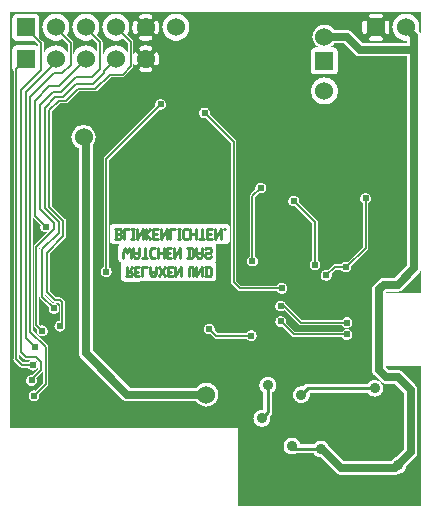
<source format=gbr>
G04 start of page 3 for group 5 idx 5 *
G04 Title: (unknown), bottom *
G04 Creator: pcb 4.0.2 *
G04 CreationDate: Sun Feb  4 07:02:53 2018 UTC *
G04 For: jeroen *
G04 Format: Gerber/RS-274X *
G04 PCB-Dimensions (mil): 6000.00 5000.00 *
G04 PCB-Coordinate-Origin: lower left *
%MOIN*%
%FSLAX25Y25*%
%LNBOTTOM*%
%ADD32C,0.0380*%
%ADD31C,0.0350*%
%ADD30C,0.0118*%
%ADD29C,0.0200*%
%ADD28C,0.0360*%
%ADD27C,0.0600*%
%ADD26C,0.0240*%
%ADD25C,0.0100*%
%ADD24C,0.0250*%
%ADD23C,0.0060*%
%ADD22C,0.0001*%
G54D22*G36*
X454769Y311340D02*X457795Y308314D01*
X457853Y308247D01*
X458122Y308017D01*
X458122Y308017D01*
X458309Y307902D01*
X458424Y307832D01*
X458751Y307696D01*
X459096Y307613D01*
X459096D01*
X459449Y307586D01*
X459537Y307593D01*
X475309D01*
Y237940D01*
X471115Y233746D01*
X467411D01*
X467323Y233753D01*
X466970Y233725D01*
X466625Y233643D01*
X466298Y233507D01*
X465996Y233322D01*
X465996Y233322D01*
X465727Y233092D01*
X465670Y233025D01*
X464219Y231575D01*
X464152Y231517D01*
X463922Y231248D01*
X463737Y230946D01*
X463602Y230619D01*
X463519Y230274D01*
X463519Y230274D01*
X463491Y229921D01*
X463498Y229833D01*
Y203238D01*
X463491Y203150D01*
X463519Y202797D01*
Y202797D01*
X463602Y202452D01*
X463737Y202125D01*
X463807Y202010D01*
X463922Y201823D01*
X463922Y201823D01*
X464152Y201554D01*
X464219Y201496D01*
X466457Y199259D01*
X466514Y199192D01*
X466784Y198962D01*
X466784Y198961D01*
X466971Y198847D01*
X467086Y198776D01*
X467413Y198641D01*
X467757Y198558D01*
X467757D01*
X468110Y198530D01*
X468198Y198537D01*
X471115D01*
X474128Y195525D01*
Y176523D01*
X471642Y174037D01*
X471608Y174034D01*
X471179Y173931D01*
X470772Y173762D01*
X470396Y173532D01*
X470061Y173246D01*
X469775Y172911D01*
X469660Y172722D01*
X454769D01*
Y195547D01*
X462005D01*
X462098Y195396D01*
X462384Y195061D01*
X462719Y194775D01*
X463095Y194545D01*
X463502Y194376D01*
X463931Y194273D01*
X464370Y194239D01*
X464809Y194273D01*
X465238Y194376D01*
X465645Y194545D01*
X466021Y194775D01*
X466356Y195061D01*
X466642Y195396D01*
X466873Y195772D01*
X467041Y196179D01*
X467144Y196608D01*
X467170Y197047D01*
X467144Y197487D01*
X467041Y197915D01*
X466873Y198322D01*
X466642Y198698D01*
X466356Y199033D01*
X466021Y199319D01*
X465645Y199550D01*
X465238Y199718D01*
X464809Y199821D01*
X464370Y199856D01*
X463931Y199821D01*
X463502Y199718D01*
X463095Y199550D01*
X462719Y199319D01*
X462384Y199033D01*
X462098Y198698D01*
X462005Y198547D01*
X454769D01*
Y213192D01*
X454836Y213176D01*
X455118Y213154D01*
X455401Y213176D01*
X455676Y213242D01*
X455938Y213351D01*
X456180Y213499D01*
X456396Y213683D01*
X456580Y213899D01*
X456728Y214140D01*
X456836Y214402D01*
X456902Y214678D01*
X456919Y214961D01*
X456902Y215243D01*
X456836Y215519D01*
X456728Y215781D01*
X456580Y216022D01*
X456396Y216238D01*
X456180Y216422D01*
X455938Y216570D01*
X455676Y216679D01*
X455401Y216745D01*
X455118Y216767D01*
X454836Y216745D01*
X454769Y216729D01*
Y217129D01*
X454836Y217113D01*
X455118Y217091D01*
X455401Y217113D01*
X455676Y217180D01*
X455938Y217288D01*
X456180Y217436D01*
X456396Y217620D01*
X456580Y217836D01*
X456728Y218077D01*
X456836Y218339D01*
X456902Y218615D01*
X456919Y218898D01*
X456902Y219180D01*
X456836Y219456D01*
X456728Y219718D01*
X456580Y219960D01*
X456396Y220175D01*
X456180Y220359D01*
X455938Y220507D01*
X455676Y220616D01*
X455401Y220682D01*
X455118Y220704D01*
X454836Y220682D01*
X454769Y220666D01*
Y235599D01*
X455007Y235617D01*
X455283Y235683D01*
X455545Y235792D01*
X455786Y235940D01*
X456002Y236124D01*
X456186Y236340D01*
X456334Y236581D01*
X456443Y236843D01*
X456509Y237119D01*
X456525Y237402D01*
X456509Y237684D01*
X456504Y237704D01*
X461926Y243126D01*
X461953Y243149D01*
X462045Y243257D01*
X462119Y243378D01*
X462174Y243508D01*
X462207Y243646D01*
X462218Y243787D01*
X462215Y243823D01*
Y258723D01*
X462377Y258822D01*
X462592Y259006D01*
X462776Y259222D01*
X462925Y259463D01*
X463033Y259725D01*
X463099Y260001D01*
X463116Y260283D01*
X463099Y260566D01*
X463033Y260842D01*
X462925Y261104D01*
X462776Y261345D01*
X462592Y261561D01*
X462377Y261745D01*
X462135Y261893D01*
X461873Y262002D01*
X461598Y262068D01*
X461315Y262090D01*
X461032Y262068D01*
X460757Y262002D01*
X460495Y261893D01*
X460253Y261745D01*
X460038Y261561D01*
X459853Y261345D01*
X459705Y261104D01*
X459597Y260842D01*
X459531Y260566D01*
X459508Y260283D01*
X459531Y260001D01*
X459597Y259725D01*
X459705Y259463D01*
X459853Y259222D01*
X460038Y259006D01*
X460253Y258822D01*
X460415Y258723D01*
Y244160D01*
X455348Y239093D01*
X455283Y239120D01*
X455007Y239186D01*
X454769Y239205D01*
Y311340D01*
G37*
G36*
X468553Y229246D02*X471959D01*
X472047Y229239D01*
X472400Y229267D01*
X472400Y229267D01*
X472745Y229350D01*
X473072Y229485D01*
X473374Y229670D01*
X473643Y229900D01*
X473701Y229967D01*
X479088Y235355D01*
X479155Y235412D01*
X479385Y235681D01*
X479385Y235681D01*
X479570Y235983D01*
X479706Y236310D01*
X479788Y236655D01*
X479816Y237008D01*
X479809Y237096D01*
Y309754D01*
X479816Y309843D01*
X479809Y309931D01*
Y314479D01*
X479816Y314567D01*
X479788Y314920D01*
X479706Y315264D01*
X479666Y315360D01*
X479570Y315592D01*
X479455Y315779D01*
X479385Y315894D01*
X479385Y315894D01*
X479155Y316163D01*
X479153Y316165D01*
X479261Y316617D01*
X479303Y317323D01*
X479261Y318029D01*
X479096Y318718D01*
X478825Y319372D01*
X478455Y319976D01*
X477995Y320515D01*
X477456Y320975D01*
X476852Y321345D01*
X476198Y321616D01*
X475509Y321781D01*
X474803Y321837D01*
X474097Y321781D01*
X473408Y321616D01*
X472754Y321345D01*
X472150Y320975D01*
X471611Y320515D01*
X471151Y319976D01*
X470781Y319372D01*
X470510Y318718D01*
X470345Y318029D01*
X470289Y317323D01*
X470345Y316617D01*
X470510Y315928D01*
X470781Y315274D01*
X471151Y314670D01*
X471611Y314131D01*
X472150Y313671D01*
X472754Y313301D01*
X473408Y313030D01*
X474097Y312865D01*
X474803Y312809D01*
X475309Y312849D01*
Y312093D01*
X468553D01*
Y315071D01*
X468671Y315080D01*
X468786Y315107D01*
X468895Y315153D01*
X468995Y315214D01*
X469085Y315291D01*
X469162Y315381D01*
X469223Y315481D01*
X469269Y315590D01*
X469296Y315705D01*
X469303Y315823D01*
Y318823D01*
X469296Y318941D01*
X469269Y319055D01*
X469223Y319164D01*
X469162Y319265D01*
X469085Y319355D01*
X468995Y319431D01*
X468895Y319493D01*
X468786Y319538D01*
X468671Y319566D01*
X468553Y319575D01*
Y322441D01*
X479921D01*
Y228740D01*
X468553D01*
Y229246D01*
G37*
G36*
X479921Y157874D02*X468553D01*
Y168222D01*
X471172D01*
X471260Y168216D01*
X471613Y168243D01*
X471613Y168243D01*
X471957Y168326D01*
X472284Y168461D01*
X472300Y168471D01*
X472487Y168486D01*
X472915Y168589D01*
X473322Y168757D01*
X473698Y168988D01*
X474033Y169274D01*
X474319Y169609D01*
X474550Y169985D01*
X474718Y170392D01*
X474821Y170820D01*
X474823Y170854D01*
X477907Y173937D01*
X477974Y173995D01*
X478204Y174264D01*
X478204Y174264D01*
X478389Y174566D01*
X478524Y174893D01*
X478607Y175237D01*
X478635Y175591D01*
X478628Y175679D01*
Y196369D01*
X478635Y196457D01*
X478607Y196810D01*
X478524Y197154D01*
X478485Y197250D01*
X478389Y197481D01*
X478274Y197669D01*
X478204Y197783D01*
X478204Y197783D01*
X477974Y198053D01*
X477907Y198110D01*
X473701Y202316D01*
X473643Y202383D01*
X473374Y202613D01*
X473374Y202613D01*
X473259Y202684D01*
X473072Y202798D01*
X472841Y202894D01*
X472745Y202934D01*
X472400Y203017D01*
X472047Y203044D01*
X471959Y203037D01*
X469042D01*
X468553Y203526D01*
Y204331D01*
X479921D01*
Y157874D01*
G37*
G36*
X468553Y312093D02*X464803D01*
Y312823D01*
X466303D01*
X466421Y312830D01*
X466536Y312857D01*
X466645Y312903D01*
X466745Y312964D01*
X466835Y313041D01*
X466912Y313131D01*
X466973Y313231D01*
X467019Y313340D01*
X467046Y313455D01*
X467055Y313573D01*
X467046Y313691D01*
X467019Y313805D01*
X466973Y313914D01*
X466912Y314015D01*
X466835Y314105D01*
X466745Y314181D01*
X466645Y314243D01*
X466536Y314288D01*
X466421Y314316D01*
X466303Y314323D01*
X464803D01*
Y320323D01*
X466303D01*
X466421Y320330D01*
X466536Y320357D01*
X466645Y320403D01*
X466745Y320464D01*
X466835Y320541D01*
X466912Y320631D01*
X466973Y320731D01*
X467019Y320840D01*
X467046Y320955D01*
X467055Y321073D01*
X467046Y321191D01*
X467019Y321305D01*
X466973Y321414D01*
X466912Y321515D01*
X466835Y321605D01*
X466745Y321681D01*
X466645Y321743D01*
X466536Y321788D01*
X466421Y321816D01*
X466303Y321823D01*
X464803D01*
Y322441D01*
X468553D01*
Y319575D01*
X468435Y319566D01*
X468321Y319538D01*
X468212Y319493D01*
X468111Y319431D01*
X468021Y319355D01*
X467945Y319265D01*
X467883Y319164D01*
X467838Y319055D01*
X467810Y318941D01*
X467803Y318823D01*
Y315823D01*
X467810Y315705D01*
X467838Y315590D01*
X467883Y315481D01*
X467945Y315381D01*
X468021Y315291D01*
X468111Y315214D01*
X468212Y315153D01*
X468321Y315107D01*
X468435Y315080D01*
X468553Y315071D01*
Y312093D01*
G37*
G36*
Y203526D02*X467998Y204082D01*
Y228989D01*
X468255Y229246D01*
X468553D01*
Y228740D01*
X468110D01*
Y204331D01*
X468553D01*
Y203526D01*
G37*
G36*
Y157874D02*X464803D01*
Y168222D01*
X468553D01*
Y157874D01*
G37*
G36*
X464803Y312093D02*X461053D01*
Y315071D01*
X461171Y315080D01*
X461286Y315107D01*
X461395Y315153D01*
X461495Y315214D01*
X461585Y315291D01*
X461662Y315381D01*
X461723Y315481D01*
X461769Y315590D01*
X461796Y315705D01*
X461803Y315823D01*
Y318823D01*
X461796Y318941D01*
X461769Y319055D01*
X461723Y319164D01*
X461662Y319265D01*
X461585Y319355D01*
X461495Y319431D01*
X461395Y319493D01*
X461286Y319538D01*
X461171Y319566D01*
X461053Y319575D01*
Y322441D01*
X464803D01*
Y321823D01*
X463303D01*
X463185Y321816D01*
X463071Y321788D01*
X462962Y321743D01*
X462861Y321681D01*
X462771Y321605D01*
X462695Y321515D01*
X462633Y321414D01*
X462588Y321305D01*
X462560Y321191D01*
X462551Y321073D01*
X462560Y320955D01*
X462588Y320840D01*
X462633Y320731D01*
X462695Y320631D01*
X462771Y320541D01*
X462861Y320464D01*
X462962Y320403D01*
X463071Y320357D01*
X463185Y320330D01*
X463303Y320323D01*
X464803D01*
Y314323D01*
X463303D01*
X463185Y314316D01*
X463071Y314288D01*
X462962Y314243D01*
X462861Y314181D01*
X462771Y314105D01*
X462695Y314015D01*
X462633Y313914D01*
X462588Y313805D01*
X462560Y313691D01*
X462551Y313573D01*
X462560Y313455D01*
X462588Y313340D01*
X462633Y313231D01*
X462695Y313131D01*
X462771Y313041D01*
X462861Y312964D01*
X462962Y312903D01*
X463071Y312857D01*
X463185Y312830D01*
X463303Y312823D01*
X464803D01*
Y312093D01*
G37*
G36*
X461053D02*X460381D01*
X456771Y315702D01*
X456714Y315769D01*
X456445Y315999D01*
X456445Y315999D01*
X456330Y316069D01*
X456143Y316184D01*
X455911Y316280D01*
X455816Y316320D01*
X455471Y316402D01*
X455118Y316430D01*
X455030Y316423D01*
X454769D01*
Y322441D01*
X461053D01*
Y319575D01*
X460935Y319566D01*
X460821Y319538D01*
X460712Y319493D01*
X460611Y319431D01*
X460521Y319355D01*
X460445Y319265D01*
X460383Y319164D01*
X460338Y319055D01*
X460310Y318941D01*
X460303Y318823D01*
Y315823D01*
X460310Y315705D01*
X460338Y315590D01*
X460383Y315481D01*
X460445Y315381D01*
X460521Y315291D01*
X460611Y315214D01*
X460712Y315153D01*
X460821Y315107D01*
X460935Y315080D01*
X461053Y315071D01*
Y312093D01*
G37*
G36*
X464803Y157874D02*X454769D01*
Y168222D01*
X464803D01*
Y157874D01*
G37*
G36*
X454769Y216729D02*X454560Y216679D01*
X454298Y216570D01*
X454056Y216422D01*
X453841Y216238D01*
X453657Y216022D01*
X453557Y215861D01*
X440942D01*
Y217998D01*
X453557D01*
X453657Y217836D01*
X453841Y217620D01*
X454056Y217436D01*
X454298Y217288D01*
X454560Y217180D01*
X454769Y217129D01*
Y216729D01*
G37*
G36*
Y198547D02*X442185D01*
X442126Y198552D01*
X441891Y198533D01*
X441661Y198478D01*
X441443Y198388D01*
X441242Y198265D01*
X441241Y198264D01*
X441062Y198111D01*
X441024Y198066D01*
X440942Y197985D01*
Y214061D01*
X453557D01*
X453657Y213899D01*
X453841Y213683D01*
X454056Y213499D01*
X454298Y213351D01*
X454560Y213242D01*
X454769Y213192D01*
Y198547D01*
G37*
G36*
Y172722D02*X454082D01*
X449102Y177702D01*
X448959Y178047D01*
X448729Y178423D01*
X448443Y178758D01*
X448108Y179044D01*
X447732Y179274D01*
X447325Y179443D01*
X446896Y179546D01*
X446457Y179580D01*
X446017Y179546D01*
X445589Y179443D01*
X445182Y179274D01*
X444806Y179044D01*
X444471Y178758D01*
X444184Y178423D01*
X444092Y178272D01*
X440942D01*
Y192258D01*
X441236Y192379D01*
X441612Y192610D01*
X441947Y192896D01*
X442233Y193231D01*
X442463Y193607D01*
X442632Y194014D01*
X442735Y194443D01*
X442761Y194882D01*
X442735Y195321D01*
X442693Y195493D01*
X442747Y195547D01*
X454769D01*
Y172722D01*
G37*
G36*
X447631Y232944D02*X447670Y232928D01*
X447946Y232861D01*
X448228Y232839D01*
X448511Y232861D01*
X448787Y232928D01*
X449049Y233036D01*
X449290Y233184D01*
X449506Y233368D01*
X449690Y233584D01*
X449838Y233826D01*
X449946Y234087D01*
X450013Y234363D01*
X450029Y234646D01*
X450013Y234928D01*
X449968Y235113D01*
X451357Y236502D01*
X453164D01*
X453263Y236340D01*
X453447Y236124D01*
X453663Y235940D01*
X453904Y235792D01*
X454166Y235683D01*
X454442Y235617D01*
X454724Y235595D01*
X454769Y235599D01*
Y220666D01*
X454560Y220616D01*
X454298Y220507D01*
X454056Y220359D01*
X453841Y220175D01*
X453657Y219960D01*
X453557Y219798D01*
X447631D01*
Y232944D01*
G37*
G36*
Y301609D02*X450873Y301616D01*
X451103Y301671D01*
X451321Y301762D01*
X451522Y301885D01*
X451702Y302038D01*
X451855Y302218D01*
X451978Y302419D01*
X452069Y302637D01*
X452124Y302867D01*
X452138Y303102D01*
X452124Y309338D01*
X452069Y309567D01*
X451978Y309785D01*
X451855Y309987D01*
X451702Y310166D01*
X451522Y310320D01*
X451321Y310443D01*
X451103Y310533D01*
X450873Y310588D01*
X450638Y310602D01*
X449462Y310600D01*
X449996Y310927D01*
X450475Y311336D01*
X450884Y311815D01*
X450950Y311923D01*
X454186D01*
X454769Y311340D01*
Y239205D01*
X454724Y239208D01*
X454442Y239186D01*
X454166Y239120D01*
X453904Y239011D01*
X453663Y238863D01*
X453447Y238679D01*
X453263Y238463D01*
X453164Y238302D01*
X451020D01*
X450984Y238304D01*
X450843Y238293D01*
X450705Y238260D01*
X450574Y238206D01*
X450454Y238132D01*
X450346Y238040D01*
X450323Y238013D01*
X448696Y236386D01*
X448511Y236430D01*
X448228Y236452D01*
X447946Y236430D01*
X447670Y236364D01*
X447631Y236348D01*
Y291589D01*
X447638Y291588D01*
X448344Y291644D01*
X449033Y291809D01*
X449687Y292080D01*
X450291Y292451D01*
X450830Y292911D01*
X451290Y293449D01*
X451660Y294053D01*
X451931Y294707D01*
X452096Y295396D01*
X452138Y296102D01*
X452096Y296808D01*
X451931Y297497D01*
X451660Y298152D01*
X451290Y298756D01*
X450830Y299294D01*
X450291Y299754D01*
X449687Y300124D01*
X449033Y300395D01*
X448344Y300561D01*
X447638Y300616D01*
X447631Y300616D01*
Y301609D01*
G37*
G36*
X454769Y316423D02*X450950D01*
X450884Y316532D01*
X450475Y317010D01*
X449996Y317419D01*
X449459Y317748D01*
X448878Y317989D01*
X448265Y318136D01*
X447638Y318186D01*
X447631Y318185D01*
Y322441D01*
X454769D01*
Y316423D01*
G37*
G36*
X447631Y318185D02*X447010Y318136D01*
X446398Y317989D01*
X445816Y317748D01*
X445279Y317419D01*
X444801Y317010D01*
X444392Y316532D01*
X444063Y315995D01*
X443822Y315413D01*
X443675Y314801D01*
X443625Y314173D01*
X443675Y313546D01*
X443822Y312933D01*
X444063Y312352D01*
X444392Y311815D01*
X444801Y311336D01*
X445279Y310927D01*
X445816Y310598D01*
X445832Y310592D01*
X444402Y310588D01*
X444173Y310533D01*
X443955Y310443D01*
X443753Y310320D01*
X443574Y310166D01*
X443421Y309987D01*
X443297Y309785D01*
X443207Y309567D01*
X443152Y309338D01*
X443138Y309102D01*
X443152Y302867D01*
X443207Y302637D01*
X443297Y302419D01*
X443421Y302218D01*
X443574Y302038D01*
X443753Y301885D01*
X443955Y301762D01*
X444173Y301671D01*
X444402Y301616D01*
X444638Y301602D01*
X447631Y301609D01*
Y300616D01*
X446932Y300561D01*
X446243Y300395D01*
X445589Y300124D01*
X444985Y299754D01*
X444446Y299294D01*
X443986Y298756D01*
X443616Y298152D01*
X443345Y297497D01*
X443179Y296808D01*
X443124Y296102D01*
X443179Y295396D01*
X443345Y294707D01*
X443616Y294053D01*
X443986Y293449D01*
X444446Y292911D01*
X444985Y292451D01*
X445589Y292080D01*
X446243Y291809D01*
X446932Y291644D01*
X447631Y291589D01*
Y236348D01*
X447408Y236255D01*
X447166Y236107D01*
X446951Y235923D01*
X446767Y235708D01*
X446619Y235466D01*
X446510Y235204D01*
X446444Y234928D01*
X446422Y234646D01*
X446444Y234363D01*
X446510Y234087D01*
X446619Y233826D01*
X446767Y233584D01*
X446951Y233368D01*
X447166Y233184D01*
X447408Y233036D01*
X447631Y232944D01*
Y219798D01*
X440942D01*
Y254635D01*
X443588Y251989D01*
Y239750D01*
X443426Y239651D01*
X443211Y239466D01*
X443027Y239251D01*
X442879Y239009D01*
X442770Y238747D01*
X442704Y238472D01*
X442682Y238189D01*
X442704Y237906D01*
X442770Y237631D01*
X442879Y237369D01*
X443027Y237127D01*
X443211Y236912D01*
X443426Y236727D01*
X443668Y236579D01*
X443930Y236471D01*
X444206Y236405D01*
X444488Y236382D01*
X444771Y236405D01*
X445046Y236471D01*
X445308Y236579D01*
X445550Y236727D01*
X445766Y236912D01*
X445950Y237127D01*
X446098Y237369D01*
X446206Y237631D01*
X446273Y237906D01*
X446289Y238189D01*
X446273Y238472D01*
X446206Y238747D01*
X446098Y239009D01*
X445950Y239251D01*
X445766Y239466D01*
X445550Y239651D01*
X445388Y239750D01*
Y252327D01*
X445391Y252362D01*
X445380Y252503D01*
X445347Y252641D01*
X445293Y252772D01*
X445247Y252846D01*
X445219Y252893D01*
X445127Y253001D01*
X445100Y253024D01*
X440942Y257181D01*
Y322441D01*
X447631D01*
Y318185D01*
G37*
G36*
X454769Y157874D02*X440942D01*
Y175272D01*
X444092D01*
X444184Y175121D01*
X444471Y174786D01*
X444806Y174499D01*
X445182Y174269D01*
X445589Y174100D01*
X446017Y173998D01*
X446457Y173963D01*
X446476Y173964D01*
X451496Y168944D01*
X451554Y168877D01*
X451823Y168647D01*
X451823Y168647D01*
X452010Y168532D01*
X452125Y168461D01*
X452452Y168326D01*
X452797Y168243D01*
X452797D01*
X453150Y168216D01*
X453238Y168222D01*
X454769D01*
Y157874D01*
G37*
G36*
X440942D02*X427752D01*
Y184383D01*
X428047Y184505D01*
X428423Y184736D01*
X428758Y185022D01*
X429044Y185357D01*
X429274Y185733D01*
X429443Y186140D01*
X429546Y186569D01*
X429572Y187008D01*
X429546Y187447D01*
X429504Y187619D01*
X429759Y187874D01*
X429804Y187912D01*
X429957Y188092D01*
X429957Y188092D01*
X430081Y188293D01*
X430171Y188511D01*
X430226Y188741D01*
X430245Y188976D01*
X430240Y189035D01*
Y195667D01*
X430391Y195759D01*
X430726Y196045D01*
X431012Y196381D01*
X431243Y196756D01*
X431411Y197164D01*
X431514Y197592D01*
X431540Y198031D01*
X431514Y198471D01*
X431411Y198899D01*
X431243Y199307D01*
X431012Y199682D01*
X430726Y200018D01*
X430391Y200304D01*
X430015Y200534D01*
X429608Y200703D01*
X429180Y200806D01*
X428740Y200840D01*
X428301Y200806D01*
X427872Y200703D01*
X427752Y200653D01*
Y229419D01*
X431880D01*
X431979Y229257D01*
X432164Y229041D01*
X432379Y228857D01*
X432621Y228709D01*
X432883Y228601D01*
X433158Y228535D01*
X433441Y228512D01*
X433724Y228535D01*
X433999Y228601D01*
X434261Y228709D01*
X434503Y228857D01*
X434718Y229041D01*
X434902Y229257D01*
X435051Y229499D01*
X435159Y229761D01*
X435225Y230036D01*
X435242Y230319D01*
X435225Y230602D01*
X435159Y230877D01*
X435051Y231139D01*
X434902Y231381D01*
X434718Y231596D01*
X434503Y231780D01*
X434261Y231929D01*
X433999Y232037D01*
X433724Y232103D01*
X433441Y232125D01*
X433158Y232103D01*
X432883Y232037D01*
X432621Y231929D01*
X432379Y231780D01*
X432164Y231596D01*
X431979Y231381D01*
X431880Y231219D01*
X427752D01*
Y262615D01*
X427839Y262718D01*
X427988Y262959D01*
X428096Y263221D01*
X428162Y263497D01*
X428179Y263780D01*
X428162Y264062D01*
X428096Y264338D01*
X427988Y264600D01*
X427839Y264841D01*
X427752Y264944D01*
Y322441D01*
X440942D01*
Y257181D01*
X439142Y258982D01*
X439186Y259166D01*
X439203Y259449D01*
X439186Y259731D01*
X439120Y260007D01*
X439011Y260269D01*
X438863Y260511D01*
X438679Y260726D01*
X438463Y260910D01*
X438222Y261058D01*
X437960Y261167D01*
X437684Y261233D01*
X437402Y261255D01*
X437119Y261233D01*
X436843Y261167D01*
X436581Y261058D01*
X436340Y260910D01*
X436124Y260726D01*
X435940Y260511D01*
X435792Y260269D01*
X435683Y260007D01*
X435617Y259731D01*
X435595Y259449D01*
X435617Y259166D01*
X435683Y258891D01*
X435792Y258629D01*
X435940Y258387D01*
X436124Y258171D01*
X436340Y257987D01*
X436581Y257839D01*
X436843Y257731D01*
X437119Y257665D01*
X437402Y257642D01*
X437684Y257665D01*
X437869Y257709D01*
X440942Y254635D01*
Y219798D01*
X440137D01*
X434913Y225021D01*
X434890Y225048D01*
X434783Y225140D01*
X434736Y225168D01*
X434696Y225193D01*
X434681Y225230D01*
X434532Y225471D01*
X434348Y225687D01*
X434133Y225871D01*
X433891Y226019D01*
X433629Y226128D01*
X433353Y226194D01*
X433071Y226216D01*
X432788Y226194D01*
X432513Y226128D01*
X432251Y226019D01*
X432009Y225871D01*
X431793Y225687D01*
X431609Y225471D01*
X431461Y225230D01*
X431353Y224968D01*
X431287Y224692D01*
X431264Y224409D01*
X431287Y224127D01*
X431353Y223851D01*
X431461Y223589D01*
X431609Y223348D01*
X431793Y223132D01*
X432009Y222948D01*
X432251Y222800D01*
X432513Y222691D01*
X432788Y222625D01*
X433071Y222603D01*
X433353Y222625D01*
X433629Y222691D01*
X433891Y222800D01*
X434133Y222948D01*
X434299Y223090D01*
X439102Y218286D01*
X439125Y218259D01*
X439233Y218167D01*
X439354Y218093D01*
X439485Y218039D01*
X439623Y218006D01*
X439623D01*
X439764Y217995D01*
X439799Y217998D01*
X440942D01*
Y215861D01*
X437774D01*
X434811Y218824D01*
X434855Y219009D01*
X434872Y219291D01*
X434855Y219574D01*
X434789Y219850D01*
X434681Y220111D01*
X434532Y220353D01*
X434348Y220569D01*
X434133Y220753D01*
X433891Y220901D01*
X433629Y221009D01*
X433353Y221076D01*
X433071Y221098D01*
X432788Y221076D01*
X432513Y221009D01*
X432251Y220901D01*
X432009Y220753D01*
X431793Y220569D01*
X431609Y220353D01*
X431461Y220111D01*
X431353Y219850D01*
X431287Y219574D01*
X431264Y219291D01*
X431287Y219009D01*
X431353Y218733D01*
X431461Y218471D01*
X431609Y218229D01*
X431793Y218014D01*
X432009Y217830D01*
X432251Y217682D01*
X432513Y217573D01*
X432788Y217507D01*
X433071Y217485D01*
X433353Y217507D01*
X433538Y217551D01*
X436740Y214349D01*
X436763Y214322D01*
X436871Y214230D01*
X436992Y214156D01*
X437123Y214102D01*
X437260Y214069D01*
X437260D01*
X437402Y214058D01*
X437437Y214061D01*
X440942D01*
Y197985D01*
X440572Y197615D01*
X440400Y197656D01*
X439961Y197691D01*
X439521Y197656D01*
X439093Y197553D01*
X438686Y197384D01*
X438310Y197154D01*
X437975Y196868D01*
X437688Y196533D01*
X437458Y196157D01*
X437289Y195750D01*
X437187Y195321D01*
X437152Y194882D01*
X437187Y194443D01*
X437289Y194014D01*
X437458Y193607D01*
X437688Y193231D01*
X437975Y192896D01*
X438310Y192610D01*
X438686Y192379D01*
X439093Y192211D01*
X439521Y192108D01*
X439961Y192073D01*
X440400Y192108D01*
X440829Y192211D01*
X440942Y192258D01*
Y178272D01*
X439567D01*
X439482Y178624D01*
X439314Y179031D01*
X439083Y179407D01*
X438797Y179742D01*
X438462Y180028D01*
X438086Y180258D01*
X437679Y180427D01*
X437250Y180530D01*
X436811Y180565D01*
X436372Y180530D01*
X435943Y180427D01*
X435536Y180258D01*
X435160Y180028D01*
X434825Y179742D01*
X434539Y179407D01*
X434309Y179031D01*
X434140Y178624D01*
X434037Y178195D01*
X434002Y177756D01*
X434037Y177317D01*
X434140Y176888D01*
X434309Y176481D01*
X434539Y176105D01*
X434825Y175770D01*
X435160Y175484D01*
X435536Y175253D01*
X435943Y175085D01*
X436372Y174982D01*
X436811Y174947D01*
X437250Y174982D01*
X437679Y175085D01*
X438086Y175253D01*
X438116Y175272D01*
X440942D01*
Y157874D01*
G37*
G36*
X427752Y231219D02*X419877D01*
X418313Y232782D01*
Y279063D01*
X418316Y279098D01*
X418305Y279240D01*
X418272Y279377D01*
X418218Y279508D01*
X418172Y279582D01*
X418144Y279629D01*
X418052Y279737D01*
X418025Y279760D01*
X416237Y281547D01*
Y322441D01*
X427752D01*
Y264944D01*
X427655Y265057D01*
X427440Y265241D01*
X427198Y265389D01*
X426936Y265498D01*
X426661Y265564D01*
X426378Y265586D01*
X426095Y265564D01*
X425820Y265498D01*
X425558Y265389D01*
X425316Y265241D01*
X425101Y265057D01*
X424916Y264841D01*
X424768Y264600D01*
X424660Y264338D01*
X424594Y264062D01*
X424571Y263780D01*
X424594Y263497D01*
X424638Y263312D01*
X423011Y261685D01*
X422984Y261662D01*
X422892Y261554D01*
X422818Y261433D01*
X422763Y261303D01*
X422730Y261165D01*
X422730Y261165D01*
X422719Y261024D01*
X422722Y260988D01*
Y240931D01*
X422560Y240832D01*
X422345Y240648D01*
X422161Y240432D01*
X422012Y240190D01*
X421904Y239928D01*
X421838Y239653D01*
X421815Y239370D01*
X421838Y239087D01*
X421904Y238812D01*
X422012Y238550D01*
X422161Y238308D01*
X422345Y238093D01*
X422560Y237909D01*
X422802Y237760D01*
X423064Y237652D01*
X423339Y237586D01*
X423622Y237564D01*
X423905Y237586D01*
X424180Y237652D01*
X424442Y237760D01*
X424684Y237909D01*
X424899Y238093D01*
X425084Y238308D01*
X425232Y238550D01*
X425340Y238812D01*
X425406Y239087D01*
X425423Y239370D01*
X425406Y239653D01*
X425340Y239928D01*
X425232Y240190D01*
X425084Y240432D01*
X424899Y240648D01*
X424684Y240832D01*
X424522Y240931D01*
Y260651D01*
X425911Y262040D01*
X426095Y261995D01*
X426378Y261973D01*
X426661Y261995D01*
X426936Y262061D01*
X427198Y262170D01*
X427440Y262318D01*
X427655Y262502D01*
X427752Y262615D01*
Y231219D01*
G37*
G36*
Y157874D02*X418898D01*
Y183858D01*
X416237D01*
Y213470D01*
X421797D01*
X421951Y213290D01*
X422166Y213105D01*
X422408Y212957D01*
X422670Y212849D01*
X422946Y212783D01*
X423228Y212760D01*
X423511Y212783D01*
X423787Y212849D01*
X424049Y212957D01*
X424290Y213105D01*
X424506Y213290D01*
X424690Y213505D01*
X424838Y213747D01*
X424946Y214009D01*
X425013Y214284D01*
X425029Y214567D01*
X425013Y214850D01*
X424946Y215125D01*
X424838Y215387D01*
X424690Y215629D01*
X424506Y215844D01*
X424290Y216028D01*
X424049Y216177D01*
X423787Y216285D01*
X423511Y216351D01*
X423228Y216373D01*
X422946Y216351D01*
X422670Y216285D01*
X422408Y216177D01*
X422166Y216028D01*
X421951Y215844D01*
X421767Y215629D01*
X421619Y215387D01*
X421570Y215270D01*
X416237D01*
Y279002D01*
X416513Y278726D01*
Y232445D01*
X416511Y232409D01*
X416522Y232268D01*
Y232268D01*
X416555Y232130D01*
X416609Y232000D01*
X416683Y231879D01*
X416775Y231771D01*
X416802Y231748D01*
X418843Y229707D01*
X418866Y229681D01*
X418973Y229589D01*
X419094Y229515D01*
X419225Y229460D01*
X419363Y229427D01*
X419363D01*
X419504Y229416D01*
X419539Y229419D01*
X427752D01*
Y200653D01*
X427465Y200534D01*
X427089Y200304D01*
X426754Y200018D01*
X426468Y199682D01*
X426238Y199307D01*
X426069Y198899D01*
X425966Y198471D01*
X425932Y198031D01*
X425966Y197592D01*
X426069Y197164D01*
X426238Y196756D01*
X426468Y196381D01*
X426754Y196045D01*
X427089Y195759D01*
X427240Y195667D01*
Y189775D01*
X427211Y189782D01*
X426772Y189817D01*
X426332Y189782D01*
X425904Y189679D01*
X425497Y189510D01*
X425121Y189280D01*
X424786Y188994D01*
X424499Y188659D01*
X424269Y188283D01*
X424100Y187876D01*
X423998Y187447D01*
X423963Y187008D01*
X423998Y186569D01*
X424100Y186140D01*
X424269Y185733D01*
X424499Y185357D01*
X424786Y185022D01*
X425121Y184736D01*
X425497Y184505D01*
X425904Y184337D01*
X426332Y184234D01*
X426772Y184199D01*
X427211Y184234D01*
X427640Y184337D01*
X427752Y184383D01*
Y157874D01*
G37*
G36*
X416237Y183858D02*X398103D01*
Y192632D01*
X404955D01*
X405022Y192523D01*
X405431Y192045D01*
X405909Y191636D01*
X406446Y191307D01*
X407028Y191066D01*
X407640Y190919D01*
X408268Y190870D01*
X408895Y190919D01*
X409508Y191066D01*
X410089Y191307D01*
X410626Y191636D01*
X411105Y192045D01*
X411514Y192523D01*
X411843Y193060D01*
X412084Y193642D01*
X412231Y194254D01*
X412268Y194882D01*
X412231Y195510D01*
X412084Y196122D01*
X411843Y196703D01*
X411514Y197240D01*
X411105Y197719D01*
X410626Y198128D01*
X410089Y198457D01*
X409508Y198698D01*
X408895Y198845D01*
X408268Y198894D01*
X407640Y198845D01*
X407028Y198698D01*
X406446Y198457D01*
X405909Y198128D01*
X405431Y197719D01*
X405022Y197240D01*
X404955Y197132D01*
X398103D01*
Y232590D01*
X410571Y232594D01*
X410752Y232638D01*
X410923Y232709D01*
X411082Y232806D01*
X411223Y232927D01*
X411344Y233068D01*
X411441Y233227D01*
X411512Y233398D01*
X411556Y233579D01*
X411567Y233765D01*
X411556Y238150D01*
X411512Y238331D01*
X411441Y238502D01*
X411344Y238661D01*
X411223Y238802D01*
X411082Y238923D01*
X410940Y239010D01*
X411095Y239105D01*
X411236Y239226D01*
X411357Y239367D01*
X411454Y239526D01*
X411525Y239698D01*
X411568Y239878D01*
X411579Y240064D01*
X411568Y244449D01*
X411525Y244630D01*
X411454Y244802D01*
X411357Y244960D01*
X411236Y245102D01*
X411130Y245192D01*
X415097Y245193D01*
X415278Y245236D01*
X415450Y245307D01*
X415608Y245405D01*
X415749Y245525D01*
X415870Y245667D01*
X415967Y245825D01*
X416038Y245997D01*
X416082Y246178D01*
X416093Y246363D01*
X416082Y250748D01*
X416038Y250929D01*
X415967Y251101D01*
X415870Y251259D01*
X415749Y251401D01*
X415608Y251521D01*
X415450Y251619D01*
X415278Y251690D01*
X415097Y251733D01*
X414912Y251744D01*
X398103Y251739D01*
Y312810D01*
X398110Y312809D01*
X398816Y312865D01*
X399505Y313030D01*
X400159Y313301D01*
X400763Y313671D01*
X401302Y314131D01*
X401762Y314670D01*
X402132Y315274D01*
X402403Y315928D01*
X402569Y316617D01*
X402610Y317323D01*
X402569Y318029D01*
X402403Y318718D01*
X402132Y319372D01*
X401762Y319976D01*
X401302Y320515D01*
X400763Y320975D01*
X400159Y321345D01*
X399505Y321616D01*
X398816Y321781D01*
X398110Y321837D01*
X398103Y321836D01*
Y322441D01*
X416237D01*
Y281547D01*
X409397Y288387D01*
X409442Y288572D01*
X409458Y288854D01*
X409442Y289137D01*
X409376Y289413D01*
X409267Y289674D01*
X409119Y289916D01*
X408935Y290132D01*
X408719Y290316D01*
X408478Y290464D01*
X408216Y290572D01*
X407940Y290639D01*
X407657Y290661D01*
X407375Y290639D01*
X407099Y290572D01*
X406837Y290464D01*
X406596Y290316D01*
X406380Y290132D01*
X406196Y289916D01*
X406048Y289674D01*
X405939Y289413D01*
X405873Y289137D01*
X405851Y288854D01*
X405873Y288572D01*
X405939Y288296D01*
X406048Y288034D01*
X406196Y287792D01*
X406380Y287577D01*
X406596Y287393D01*
X406837Y287245D01*
X407099Y287136D01*
X407375Y287070D01*
X407657Y287048D01*
X407940Y287070D01*
X408125Y287114D01*
X416237Y279002D01*
Y215270D01*
X411987D01*
X410992Y216265D01*
X411036Y216450D01*
X411053Y216732D01*
X411036Y217015D01*
X410970Y217291D01*
X410862Y217552D01*
X410714Y217794D01*
X410529Y218010D01*
X410314Y218194D01*
X410072Y218342D01*
X409810Y218450D01*
X409535Y218517D01*
X409252Y218539D01*
X408969Y218517D01*
X408694Y218450D01*
X408432Y218342D01*
X408190Y218194D01*
X407975Y218010D01*
X407790Y217794D01*
X407642Y217552D01*
X407534Y217291D01*
X407468Y217015D01*
X407445Y216732D01*
X407468Y216450D01*
X407534Y216174D01*
X407642Y215912D01*
X407790Y215670D01*
X407975Y215455D01*
X408190Y215271D01*
X408432Y215123D01*
X408694Y215014D01*
X408969Y214948D01*
X409252Y214926D01*
X409535Y214948D01*
X409719Y214992D01*
X410953Y213759D01*
X410976Y213732D01*
X411084Y213640D01*
X411204Y213566D01*
X411335Y213511D01*
X411473Y213478D01*
X411473D01*
X411614Y213467D01*
X411649Y213470D01*
X416237D01*
Y183858D01*
G37*
G36*
X398103Y251739D02*X391723Y251737D01*
Y289069D01*
X392556Y289902D01*
X392741Y289857D01*
X393024Y289835D01*
X393306Y289857D01*
X393582Y289924D01*
X393844Y290032D01*
X394085Y290180D01*
X394301Y290364D01*
X394485Y290580D01*
X394633Y290822D01*
X394742Y291083D01*
X394808Y291359D01*
X394825Y291642D01*
X394808Y291924D01*
X394742Y292200D01*
X394633Y292462D01*
X394485Y292704D01*
X394301Y292919D01*
X394085Y293103D01*
X393844Y293251D01*
X393582Y293360D01*
X393306Y293426D01*
X393024Y293448D01*
X392741Y293426D01*
X392465Y293360D01*
X392203Y293251D01*
X391962Y293103D01*
X391746Y292919D01*
X391723Y292892D01*
Y304625D01*
X391766Y304632D01*
X391878Y304669D01*
X391983Y304723D01*
X392078Y304793D01*
X392161Y304878D01*
X392229Y304974D01*
X392280Y305080D01*
X392429Y305487D01*
X392532Y305909D01*
X392595Y306338D01*
X392615Y306772D01*
X392595Y307205D01*
X392532Y307634D01*
X392429Y308056D01*
X392285Y308465D01*
X392232Y308572D01*
X392163Y308668D01*
X392080Y308753D01*
X391985Y308823D01*
X391879Y308878D01*
X391767Y308915D01*
X391723Y308922D01*
Y315176D01*
X391766Y315183D01*
X391878Y315220D01*
X391983Y315275D01*
X392078Y315345D01*
X392161Y315429D01*
X392229Y315525D01*
X392280Y315631D01*
X392429Y316039D01*
X392532Y316460D01*
X392595Y316889D01*
X392615Y317323D01*
X392595Y317756D01*
X392532Y318186D01*
X392429Y318607D01*
X392285Y319016D01*
X392232Y319123D01*
X392163Y319219D01*
X392080Y319304D01*
X391985Y319374D01*
X391879Y319429D01*
X391767Y319466D01*
X391723Y319473D01*
Y322441D01*
X398103D01*
Y321836D01*
X397404Y321781D01*
X396715Y321616D01*
X396061Y321345D01*
X395457Y320975D01*
X394918Y320515D01*
X394458Y319976D01*
X394088Y319372D01*
X393817Y318718D01*
X393652Y318029D01*
X393596Y317323D01*
X393652Y316617D01*
X393817Y315928D01*
X394088Y315274D01*
X394458Y314670D01*
X394918Y314131D01*
X395457Y313671D01*
X396061Y313301D01*
X396715Y313030D01*
X397404Y312865D01*
X398103Y312810D01*
Y251739D01*
G37*
G36*
Y197132D02*X391723D01*
Y232587D01*
X398103Y232590D01*
Y197132D01*
G37*
G36*
Y183858D02*X391723D01*
Y192632D01*
X398103D01*
Y183858D01*
G37*
G36*
X391723Y292892D02*X391562Y292704D01*
X391414Y292462D01*
X391305Y292200D01*
X391239Y291924D01*
X391217Y291642D01*
X391239Y291359D01*
X391284Y291175D01*
X387789Y287680D01*
Y302282D01*
X388110Y302266D01*
X388544Y302287D01*
X388973Y302350D01*
X389394Y302453D01*
X389804Y302597D01*
X389910Y302649D01*
X390007Y302718D01*
X390091Y302802D01*
X390161Y302897D01*
X390216Y303002D01*
X390254Y303115D01*
X390273Y303232D01*
X390274Y303351D01*
X390256Y303468D01*
X390220Y303581D01*
X390167Y303687D01*
X390098Y303783D01*
X390015Y303868D01*
X389920Y303938D01*
X389814Y303993D01*
X389702Y304030D01*
X389585Y304050D01*
X389466Y304051D01*
X389349Y304033D01*
X389237Y303995D01*
X388965Y303896D01*
X388685Y303827D01*
X388399Y303786D01*
X388110Y303772D01*
X387822Y303786D01*
X387789Y303790D01*
Y309753D01*
X387822Y309758D01*
X388110Y309772D01*
X388399Y309758D01*
X388685Y309716D01*
X388965Y309647D01*
X389238Y309552D01*
X389350Y309514D01*
X389466Y309496D01*
X389584Y309497D01*
X389701Y309516D01*
X389813Y309554D01*
X389918Y309608D01*
X390013Y309678D01*
X390096Y309762D01*
X390164Y309858D01*
X390217Y309964D01*
X390253Y310076D01*
X390270Y310193D01*
X390270Y310311D01*
X390250Y310428D01*
X390213Y310540D01*
X390159Y310644D01*
X390088Y310739D01*
X390004Y310822D01*
X389908Y310891D01*
X389802Y310942D01*
X389394Y311090D01*
X388973Y311193D01*
X388544Y311256D01*
X388110Y311277D01*
X387789Y311261D01*
Y312833D01*
X388110Y312818D01*
X388544Y312839D01*
X388973Y312901D01*
X389394Y313005D01*
X389804Y313148D01*
X389910Y313201D01*
X390007Y313270D01*
X390091Y313353D01*
X390161Y313448D01*
X390216Y313554D01*
X390254Y313666D01*
X390273Y313783D01*
X390274Y313902D01*
X390256Y314019D01*
X390220Y314132D01*
X390167Y314238D01*
X390098Y314335D01*
X390015Y314419D01*
X389920Y314489D01*
X389814Y314544D01*
X389702Y314582D01*
X389585Y314601D01*
X389466Y314602D01*
X389349Y314584D01*
X389237Y314546D01*
X388965Y314447D01*
X388685Y314378D01*
X388399Y314337D01*
X388110Y314323D01*
X387822Y314337D01*
X387789Y314341D01*
Y320304D01*
X387822Y320309D01*
X388110Y320323D01*
X388399Y320309D01*
X388685Y320267D01*
X388965Y320198D01*
X389238Y320103D01*
X389350Y320065D01*
X389466Y320047D01*
X389584Y320048D01*
X389701Y320068D01*
X389813Y320105D01*
X389918Y320159D01*
X390013Y320229D01*
X390096Y320313D01*
X390164Y320409D01*
X390217Y320515D01*
X390253Y320627D01*
X390270Y320744D01*
X390270Y320862D01*
X390250Y320979D01*
X390213Y321091D01*
X390159Y321196D01*
X390088Y321291D01*
X390004Y321373D01*
X389908Y321442D01*
X389802Y321493D01*
X389394Y321641D01*
X388973Y321745D01*
X388544Y321807D01*
X388110Y321828D01*
X387789Y321813D01*
Y322441D01*
X391723D01*
Y319473D01*
X391650Y319486D01*
X391531Y319486D01*
X391414Y319469D01*
X391301Y319433D01*
X391195Y319380D01*
X391099Y319311D01*
X391014Y319228D01*
X390944Y319132D01*
X390889Y319027D01*
X390852Y318914D01*
X390832Y318797D01*
X390831Y318679D01*
X390849Y318561D01*
X390887Y318449D01*
X390986Y318178D01*
X391055Y317897D01*
X391096Y317611D01*
X391110Y317323D01*
X391096Y317034D01*
X391055Y316748D01*
X390986Y316468D01*
X390890Y316195D01*
X390852Y316083D01*
X390835Y315967D01*
X390836Y315849D01*
X390855Y315732D01*
X390892Y315620D01*
X390947Y315515D01*
X391017Y315420D01*
X391101Y315337D01*
X391197Y315269D01*
X391302Y315216D01*
X391415Y315180D01*
X391532Y315163D01*
X391650Y315164D01*
X391723Y315176D01*
Y308922D01*
X391650Y308934D01*
X391531Y308935D01*
X391414Y308918D01*
X391301Y308882D01*
X391195Y308829D01*
X391099Y308760D01*
X391014Y308676D01*
X390944Y308581D01*
X390889Y308476D01*
X390852Y308363D01*
X390832Y308246D01*
X390831Y308128D01*
X390849Y308010D01*
X390887Y307898D01*
X390986Y307627D01*
X391055Y307346D01*
X391096Y307060D01*
X391110Y306772D01*
X391096Y306483D01*
X391055Y306197D01*
X390986Y305917D01*
X390890Y305644D01*
X390852Y305532D01*
X390835Y305415D01*
X390836Y305297D01*
X390855Y305181D01*
X390892Y305069D01*
X390947Y304964D01*
X391017Y304869D01*
X391101Y304786D01*
X391197Y304718D01*
X391302Y304665D01*
X391415Y304629D01*
X391532Y304612D01*
X391650Y304612D01*
X391723Y304625D01*
Y292892D01*
G37*
G36*
Y251737D02*X387789Y251736D01*
Y285134D01*
X391723Y289069D01*
Y251737D01*
G37*
G36*
Y197132D02*X387789D01*
Y232586D01*
X391723Y232587D01*
Y197132D01*
G37*
G36*
Y183858D02*X387789D01*
Y192632D01*
X391723D01*
Y183858D01*
G37*
G36*
X364500Y314621D02*X364918Y314131D01*
X365457Y313671D01*
X366061Y313301D01*
X366715Y313030D01*
X367404Y312865D01*
X368110Y312809D01*
X368816Y312865D01*
X369505Y313030D01*
X370159Y313301D01*
X370398Y313447D01*
X371935Y311911D01*
Y309143D01*
X371762Y309425D01*
X371302Y309963D01*
X370763Y310423D01*
X370159Y310794D01*
X369505Y311065D01*
X368816Y311230D01*
X368110Y311286D01*
X367404Y311230D01*
X366715Y311065D01*
X366061Y310794D01*
X365457Y310423D01*
X364918Y309963D01*
X364500Y309473D01*
Y314621D01*
G37*
G36*
X384497Y232585D02*X387789Y232586D01*
Y197132D01*
X384497D01*
Y232585D01*
G37*
G36*
Y281842D02*X387789Y285134D01*
Y251736D01*
X384497Y251735D01*
Y281842D01*
G37*
G36*
Y322441D02*X387789D01*
Y321813D01*
X387677Y321807D01*
X387247Y321745D01*
X386826Y321641D01*
X386417Y321498D01*
X386310Y321445D01*
X386214Y321376D01*
X386129Y321293D01*
X386059Y321197D01*
X386004Y321092D01*
X385967Y320980D01*
X385947Y320863D01*
X385947Y320744D01*
X385964Y320627D01*
X386000Y320514D01*
X386053Y320408D01*
X386122Y320311D01*
X386205Y320227D01*
X386301Y320156D01*
X386406Y320102D01*
X386519Y320064D01*
X386636Y320045D01*
X386754Y320044D01*
X386872Y320062D01*
X386984Y320100D01*
X387255Y320198D01*
X387536Y320267D01*
X387789Y320304D01*
Y314341D01*
X387536Y314378D01*
X387255Y314447D01*
X386982Y314543D01*
X386871Y314581D01*
X386754Y314598D01*
X386636Y314597D01*
X386520Y314578D01*
X386408Y314541D01*
X386303Y314486D01*
X386208Y314416D01*
X386125Y314332D01*
X386056Y314236D01*
X386003Y314131D01*
X385968Y314018D01*
X385950Y313901D01*
X385951Y313783D01*
X385970Y313667D01*
X386008Y313555D01*
X386062Y313450D01*
X386132Y313355D01*
X386216Y313272D01*
X386312Y313204D01*
X386419Y313153D01*
X386826Y313005D01*
X387247Y312901D01*
X387677Y312839D01*
X387789Y312833D01*
Y311261D01*
X387677Y311256D01*
X387247Y311193D01*
X386826Y311090D01*
X386417Y310946D01*
X386310Y310894D01*
X386214Y310825D01*
X386129Y310742D01*
X386059Y310646D01*
X386004Y310541D01*
X385967Y310428D01*
X385947Y310311D01*
X385947Y310193D01*
X385964Y310076D01*
X386000Y309962D01*
X386053Y309856D01*
X386122Y309760D01*
X386205Y309675D01*
X386301Y309605D01*
X386406Y309550D01*
X386519Y309513D01*
X386636Y309494D01*
X386754Y309493D01*
X386872Y309510D01*
X386984Y309548D01*
X387255Y309647D01*
X387536Y309716D01*
X387789Y309753D01*
Y303790D01*
X387536Y303827D01*
X387255Y303896D01*
X386982Y303992D01*
X386871Y304030D01*
X386754Y304047D01*
X386636Y304046D01*
X386520Y304027D01*
X386408Y303990D01*
X386303Y303935D01*
X386208Y303865D01*
X386125Y303781D01*
X386056Y303685D01*
X386003Y303580D01*
X385968Y303467D01*
X385950Y303350D01*
X385951Y303232D01*
X385970Y303116D01*
X386008Y303004D01*
X386062Y302899D01*
X386132Y302804D01*
X386216Y302721D01*
X386312Y302652D01*
X386419Y302602D01*
X386826Y302453D01*
X387247Y302350D01*
X387677Y302287D01*
X387789Y302282D01*
Y287680D01*
X384497Y284388D01*
Y304621D01*
X384570Y304609D01*
X384689Y304608D01*
X384806Y304626D01*
X384919Y304662D01*
X385025Y304715D01*
X385122Y304784D01*
X385206Y304867D01*
X385277Y304962D01*
X385331Y305068D01*
X385369Y305180D01*
X385388Y305297D01*
X385389Y305416D01*
X385371Y305533D01*
X385334Y305645D01*
X385235Y305917D01*
X385166Y306197D01*
X385124Y306483D01*
X385110Y306772D01*
X385124Y307060D01*
X385166Y307346D01*
X385235Y307627D01*
X385330Y307899D01*
X385368Y308011D01*
X385386Y308128D01*
X385385Y308246D01*
X385366Y308362D01*
X385328Y308474D01*
X385274Y308579D01*
X385204Y308674D01*
X385120Y308757D01*
X385024Y308826D01*
X384918Y308879D01*
X384806Y308914D01*
X384689Y308932D01*
X384571Y308931D01*
X384497Y308919D01*
Y315172D01*
X384570Y315160D01*
X384689Y315159D01*
X384806Y315177D01*
X384919Y315213D01*
X385025Y315266D01*
X385122Y315335D01*
X385206Y315418D01*
X385277Y315514D01*
X385331Y315619D01*
X385369Y315731D01*
X385388Y315848D01*
X385389Y315967D01*
X385371Y316084D01*
X385334Y316196D01*
X385235Y316468D01*
X385166Y316748D01*
X385124Y317034D01*
X385110Y317323D01*
X385124Y317611D01*
X385166Y317897D01*
X385235Y318178D01*
X385330Y318451D01*
X385368Y318562D01*
X385386Y318679D01*
X385385Y318797D01*
X385366Y318914D01*
X385328Y319026D01*
X385274Y319130D01*
X385204Y319225D01*
X385120Y319308D01*
X385024Y319377D01*
X384918Y319430D01*
X384806Y319465D01*
X384689Y319483D01*
X384571Y319482D01*
X384497Y319470D01*
Y322441D01*
G37*
G36*
Y284388D02*X374294Y274185D01*
X374267Y274162D01*
X374175Y274054D01*
X374101Y273933D01*
X374047Y273803D01*
X374014Y273665D01*
X374014Y273665D01*
X374003Y273524D01*
X374006Y273488D01*
Y237454D01*
X373844Y237355D01*
X373628Y237171D01*
X373444Y236956D01*
X373296Y236714D01*
X373187Y236452D01*
X373121Y236176D01*
X373099Y235894D01*
X373121Y235611D01*
X373187Y235335D01*
X373296Y235074D01*
X373444Y234832D01*
X373628Y234616D01*
X373844Y234432D01*
X374085Y234284D01*
X374347Y234176D01*
X374623Y234109D01*
X374906Y234087D01*
X375188Y234109D01*
X375464Y234176D01*
X375726Y234284D01*
X375967Y234432D01*
X376183Y234616D01*
X376367Y234832D01*
X376515Y235074D01*
X376624Y235335D01*
X376690Y235611D01*
X376707Y235894D01*
X376690Y236176D01*
X376624Y236452D01*
X376515Y236714D01*
X376367Y236956D01*
X376183Y237171D01*
X375967Y237355D01*
X375806Y237454D01*
Y273151D01*
X384497Y281842D01*
Y251735D01*
X377086Y251733D01*
X376906Y251690D01*
X376734Y251619D01*
X376575Y251521D01*
X376434Y251401D01*
X376313Y251259D01*
X376216Y251101D01*
X376145Y250929D01*
X376101Y250748D01*
X376091Y250563D01*
X376101Y246178D01*
X376145Y245997D01*
X376216Y245825D01*
X376313Y245667D01*
X376434Y245525D01*
X376575Y245405D01*
X376734Y245307D01*
X376906Y245236D01*
X377086Y245193D01*
X377272Y245182D01*
X379375Y245182D01*
X379280Y245102D01*
X379160Y244960D01*
X379062Y244802D01*
X378991Y244630D01*
X378948Y244449D01*
X378937Y244264D01*
X378948Y239878D01*
X378991Y239698D01*
X379062Y239526D01*
X379160Y239367D01*
X379280Y239226D01*
X379422Y239105D01*
X379580Y239008D01*
X379752Y238937D01*
X379933Y238894D01*
X380118Y238883D01*
X380162Y238883D01*
X380068Y238802D01*
X379947Y238661D01*
X379850Y238502D01*
X379779Y238331D01*
X379735Y238150D01*
X379724Y237965D01*
X379735Y233579D01*
X379779Y233398D01*
X379850Y233227D01*
X379947Y233068D01*
X380068Y232927D01*
X380209Y232806D01*
X380368Y232709D01*
X380539Y232638D01*
X380720Y232594D01*
X380906Y232583D01*
X384497Y232585D01*
Y197132D01*
X382822D01*
X370360Y209593D01*
Y278106D01*
X370569Y278350D01*
X370898Y278887D01*
X371139Y279469D01*
X371286Y280081D01*
X371323Y280709D01*
X371286Y281336D01*
X371139Y281949D01*
X370898Y282530D01*
X370569Y283067D01*
X370160Y283546D01*
X369681Y283955D01*
X369144Y284284D01*
X368563Y284525D01*
X367951Y284672D01*
X367323Y284721D01*
X366695Y284672D01*
X366083Y284525D01*
X365501Y284284D01*
X364964Y283955D01*
X364500Y283558D01*
Y294723D01*
X365727Y295950D01*
X371225D01*
X371260Y295948D01*
X371401Y295959D01*
X371401Y295959D01*
X371539Y295992D01*
X371670Y296046D01*
X371790Y296120D01*
X371898Y296212D01*
X371921Y296239D01*
X376357Y300675D01*
X380280D01*
X380315Y300672D01*
X380456Y300683D01*
X380456Y300683D01*
X380594Y300716D01*
X380725Y300770D01*
X380846Y300844D01*
X380953Y300936D01*
X380976Y300963D01*
X383682Y303669D01*
X383709Y303692D01*
X383801Y303800D01*
X383875Y303921D01*
X383929Y304052D01*
X383963Y304189D01*
X383974Y304331D01*
X383971Y304366D01*
Y305006D01*
X383988Y304972D01*
X384057Y304875D01*
X384140Y304791D01*
X384236Y304720D01*
X384341Y304666D01*
X384454Y304628D01*
X384497Y304621D01*
Y284388D01*
G37*
G36*
X364500Y322441D02*X384497D01*
Y319470D01*
X384454Y319463D01*
X384342Y319425D01*
X384238Y319371D01*
X384143Y319301D01*
X384060Y319217D01*
X383991Y319121D01*
X383940Y319015D01*
X383792Y318607D01*
X383688Y318186D01*
X383626Y317756D01*
X383605Y317323D01*
X383626Y316889D01*
X383688Y316460D01*
X383792Y316039D01*
X383935Y315629D01*
X383988Y315523D01*
X384057Y315426D01*
X384140Y315342D01*
X384236Y315272D01*
X384341Y315217D01*
X384454Y315179D01*
X384497Y315172D01*
Y308919D01*
X384454Y308912D01*
X384342Y308874D01*
X384238Y308820D01*
X384143Y308750D01*
X384060Y308666D01*
X383991Y308570D01*
X383971Y308527D01*
Y312327D01*
X383974Y312362D01*
X383963Y312503D01*
X383929Y312641D01*
X383875Y312772D01*
X383830Y312846D01*
X383801Y312893D01*
X383709Y313001D01*
X383682Y313024D01*
X381866Y314840D01*
X382132Y315274D01*
X382403Y315928D01*
X382569Y316617D01*
X382610Y317323D01*
X382569Y318029D01*
X382403Y318718D01*
X382132Y319372D01*
X381762Y319976D01*
X381302Y320515D01*
X380763Y320975D01*
X380159Y321345D01*
X379505Y321616D01*
X378816Y321781D01*
X378110Y321837D01*
X377404Y321781D01*
X376715Y321616D01*
X376061Y321345D01*
X375457Y320975D01*
X374918Y320515D01*
X374458Y319976D01*
X374088Y319372D01*
X373817Y318718D01*
X373652Y318029D01*
X373596Y317323D01*
X373652Y316617D01*
X373817Y315928D01*
X374088Y315274D01*
X374458Y314670D01*
X374918Y314131D01*
X375457Y313671D01*
X376061Y313301D01*
X376715Y313030D01*
X377404Y312865D01*
X378110Y312809D01*
X378816Y312865D01*
X379505Y313030D01*
X380159Y313301D01*
X380593Y313567D01*
X382171Y311989D01*
Y308727D01*
X382132Y308821D01*
X381762Y309425D01*
X381302Y309963D01*
X380763Y310423D01*
X380159Y310794D01*
X379505Y311065D01*
X378816Y311230D01*
X378110Y311286D01*
X377404Y311230D01*
X376715Y311065D01*
X376061Y310794D01*
X375457Y310423D01*
X374918Y309963D01*
X374458Y309425D01*
X374088Y308821D01*
X373817Y308167D01*
X373735Y307822D01*
Y312248D01*
X373737Y312283D01*
X373726Y312425D01*
X373693Y312562D01*
X373639Y312693D01*
X373594Y312767D01*
X373565Y312814D01*
X373473Y312922D01*
X373446Y312945D01*
X371743Y314648D01*
X371762Y314670D01*
X372132Y315274D01*
X372403Y315928D01*
X372569Y316617D01*
X372610Y317323D01*
X372569Y318029D01*
X372403Y318718D01*
X372132Y319372D01*
X371762Y319976D01*
X371302Y320515D01*
X370763Y320975D01*
X370159Y321345D01*
X369505Y321616D01*
X368816Y321781D01*
X368110Y321837D01*
X367404Y321781D01*
X366715Y321616D01*
X366061Y321345D01*
X365457Y320975D01*
X364918Y320515D01*
X364500Y320024D01*
Y322441D01*
G37*
G36*
X387789Y183858D02*X364500D01*
Y277860D01*
X364964Y277463D01*
X365501Y277134D01*
X365860Y276985D01*
Y208750D01*
X365853Y208661D01*
X365881Y208308D01*
Y208308D01*
X365964Y207964D01*
X366099Y207637D01*
X366170Y207522D01*
X366284Y207335D01*
X366284Y207335D01*
X366514Y207066D01*
X366582Y207008D01*
X380236Y193353D01*
X380294Y193286D01*
X380563Y193056D01*
X380563Y193056D01*
X380750Y192941D01*
X380865Y192871D01*
X381192Y192735D01*
X381537Y192653D01*
X381537D01*
X381890Y192625D01*
X381978Y192632D01*
X387789D01*
Y183858D01*
G37*
G36*
X364500D02*X342913D01*
Y322441D01*
X364500D01*
Y320024D01*
X364458Y319976D01*
X364088Y319372D01*
X363817Y318718D01*
X363652Y318029D01*
X363596Y317323D01*
X363652Y316617D01*
X363817Y315928D01*
X364088Y315274D01*
X364458Y314670D01*
X364500Y314621D01*
Y309473D01*
X364458Y309425D01*
X364088Y308821D01*
X363892Y308347D01*
Y312091D01*
X363895Y312126D01*
X363884Y312267D01*
X363851Y312405D01*
X363797Y312536D01*
X363751Y312610D01*
X363722Y312657D01*
X363630Y312764D01*
X363604Y312787D01*
X361743Y314648D01*
X361762Y314670D01*
X362132Y315274D01*
X362403Y315928D01*
X362569Y316617D01*
X362610Y317323D01*
X362569Y318029D01*
X362403Y318718D01*
X362132Y319372D01*
X361762Y319976D01*
X361302Y320515D01*
X360763Y320975D01*
X360159Y321345D01*
X359505Y321616D01*
X358816Y321781D01*
X358110Y321837D01*
X357404Y321781D01*
X356715Y321616D01*
X356061Y321345D01*
X355457Y320975D01*
X354918Y320515D01*
X354458Y319976D01*
X354088Y319372D01*
X353817Y318718D01*
X353652Y318029D01*
X353596Y317323D01*
X353652Y316617D01*
X353817Y315928D01*
X354088Y315274D01*
X354458Y314670D01*
X354918Y314131D01*
X355457Y313671D01*
X356061Y313301D01*
X356715Y313030D01*
X357404Y312865D01*
X358110Y312809D01*
X358816Y312865D01*
X359505Y313030D01*
X360159Y313301D01*
X360398Y313447D01*
X362092Y311753D01*
Y308886D01*
X361762Y309425D01*
X361302Y309963D01*
X360763Y310423D01*
X360159Y310794D01*
X359505Y311065D01*
X358816Y311230D01*
X358110Y311286D01*
X357404Y311230D01*
X356715Y311065D01*
X356061Y310794D01*
X355457Y310423D01*
X354918Y309963D01*
X354458Y309425D01*
X354088Y308821D01*
X354050Y308727D01*
Y312012D01*
X354052Y312047D01*
X354041Y312188D01*
X354008Y312326D01*
X353954Y312457D01*
X353880Y312578D01*
X353788Y312686D01*
X353680Y312778D01*
X353559Y312852D01*
X353525Y312866D01*
X352539Y313852D01*
X352541Y313858D01*
X352596Y314087D01*
X352610Y314323D01*
X352596Y320558D01*
X352541Y320788D01*
X352451Y321006D01*
X352328Y321207D01*
X352174Y321387D01*
X351995Y321540D01*
X351793Y321663D01*
X351575Y321754D01*
X351346Y321809D01*
X351110Y321823D01*
X344875Y321809D01*
X344645Y321754D01*
X344427Y321663D01*
X344226Y321540D01*
X344046Y321387D01*
X343893Y321207D01*
X343770Y321006D01*
X343679Y320788D01*
X343624Y320558D01*
X343610Y320323D01*
X343624Y314087D01*
X343679Y313858D01*
X343770Y313640D01*
X343893Y313438D01*
X344046Y313259D01*
X344226Y313106D01*
X344427Y312982D01*
X344645Y312892D01*
X344875Y312837D01*
X345110Y312823D01*
X351009Y312836D01*
X352250Y311596D01*
Y310747D01*
X352174Y310836D01*
X351995Y310989D01*
X351793Y311112D01*
X351575Y311203D01*
X351346Y311258D01*
X351110Y311272D01*
X344875Y311258D01*
X344645Y311203D01*
X344427Y311112D01*
X344226Y310989D01*
X344046Y310836D01*
X343893Y310656D01*
X343770Y310455D01*
X343679Y310237D01*
X343624Y310007D01*
X343610Y309772D01*
X343624Y303536D01*
X343679Y303307D01*
X343770Y303089D01*
X343893Y302887D01*
X343982Y302783D01*
Y206728D01*
X343979Y206693D01*
X343990Y206552D01*
Y206552D01*
X344023Y206414D01*
X344078Y206283D01*
X344152Y206162D01*
X344244Y206055D01*
X344270Y206032D01*
X346189Y204113D01*
X346212Y204086D01*
X346320Y203994D01*
X346441Y203920D01*
X346571Y203866D01*
X346709Y203833D01*
X346709D01*
X346850Y203822D01*
X346886Y203824D01*
X348833D01*
X348932Y203663D01*
X349116Y203447D01*
X349332Y203263D01*
X349574Y203115D01*
X349835Y203006D01*
X350111Y202940D01*
X350394Y202918D01*
X350676Y202940D01*
X350952Y203006D01*
X351214Y203115D01*
X351456Y203263D01*
X351671Y203447D01*
X351855Y203663D01*
X352003Y203904D01*
X352112Y204166D01*
X352178Y204442D01*
X352195Y204724D01*
X352178Y205007D01*
X352112Y205283D01*
X352003Y205545D01*
X351855Y205786D01*
X351671Y206002D01*
X351456Y206186D01*
X351214Y206334D01*
X350952Y206443D01*
X350676Y206509D01*
X350394Y206531D01*
X350111Y206509D01*
X349835Y206443D01*
X349574Y206334D01*
X349332Y206186D01*
X349116Y206002D01*
X348932Y205786D01*
X348833Y205624D01*
X347223D01*
X345782Y207066D01*
Y208459D01*
X345818Y208417D01*
X345845Y208394D01*
X347370Y206869D01*
X347393Y206842D01*
X347501Y206750D01*
X347622Y206676D01*
X347753Y206622D01*
X347890Y206589D01*
X347890D01*
X348032Y206578D01*
X348067Y206580D01*
X351202D01*
X352250Y205533D01*
Y203522D01*
X350130Y201403D01*
X350000Y201413D01*
X349717Y201391D01*
X349442Y201324D01*
X349180Y201216D01*
X348938Y201068D01*
X348723Y200884D01*
X348538Y200668D01*
X348390Y200426D01*
X348282Y200165D01*
X348216Y199889D01*
X348193Y199606D01*
X348216Y199324D01*
X348282Y199048D01*
X348390Y198786D01*
X348538Y198544D01*
X348723Y198329D01*
X348938Y198145D01*
X349180Y197997D01*
X349442Y197888D01*
X349717Y197822D01*
X350000Y197800D01*
X350283Y197822D01*
X350558Y197888D01*
X350820Y197997D01*
X351062Y198145D01*
X351277Y198329D01*
X351462Y198544D01*
X351610Y198786D01*
X351718Y199048D01*
X351784Y199324D01*
X351801Y199606D01*
X351784Y199889D01*
X351718Y200165D01*
X351636Y200363D01*
X353761Y202488D01*
X353788Y202511D01*
X353824Y202554D01*
Y198798D01*
X351255Y196228D01*
X351070Y196273D01*
X350787Y196295D01*
X350505Y196273D01*
X350229Y196206D01*
X349967Y196098D01*
X349726Y195950D01*
X349510Y195766D01*
X349326Y195550D01*
X349178Y195308D01*
X349069Y195046D01*
X349003Y194771D01*
X348981Y194488D01*
X349003Y194206D01*
X349069Y193930D01*
X349178Y193668D01*
X349326Y193426D01*
X349510Y193211D01*
X349726Y193027D01*
X349967Y192879D01*
X350229Y192770D01*
X350505Y192704D01*
X350787Y192682D01*
X351070Y192704D01*
X351346Y192770D01*
X351608Y192879D01*
X351849Y193027D01*
X352065Y193211D01*
X352249Y193426D01*
X352397Y193668D01*
X352506Y193930D01*
X352572Y194206D01*
X352588Y194488D01*
X352572Y194771D01*
X352527Y194955D01*
X355336Y197764D01*
X355363Y197787D01*
X355455Y197895D01*
X355529Y198015D01*
X355583Y198146D01*
X355616Y198284D01*
X355627Y198425D01*
X355624Y198461D01*
Y210595D01*
X355627Y210630D01*
X355616Y210771D01*
X355583Y210909D01*
X355529Y211040D01*
X355483Y211114D01*
X355455Y211161D01*
X355363Y211268D01*
X355336Y211291D01*
X350506Y216121D01*
Y253735D01*
X350543Y253692D01*
X350570Y253669D01*
X352984Y251255D01*
X352940Y251070D01*
X352918Y250787D01*
X352940Y250505D01*
X353006Y250229D01*
X353115Y249967D01*
X353263Y249726D01*
X353447Y249510D01*
X353663Y249326D01*
X353904Y249178D01*
X354166Y249069D01*
X354442Y249003D01*
X354724Y248981D01*
X355007Y249003D01*
X355275Y249067D01*
X350963Y244756D01*
X350936Y244733D01*
X350844Y244625D01*
X350770Y244504D01*
X350716Y244373D01*
X350683Y244236D01*
X350683Y244236D01*
X350672Y244094D01*
X350675Y244059D01*
Y218146D01*
X350672Y218110D01*
X350683Y217969D01*
Y217969D01*
X350716Y217831D01*
X350770Y217700D01*
X350844Y217580D01*
X350936Y217472D01*
X350963Y217449D01*
X351803Y216609D01*
X351759Y216424D01*
X351737Y216142D01*
X351759Y215859D01*
X351825Y215583D01*
X351934Y215322D01*
X352082Y215080D01*
X352266Y214864D01*
X352481Y214680D01*
X352723Y214532D01*
X352985Y214424D01*
X353261Y214357D01*
X353543Y214335D01*
X353826Y214357D01*
X354102Y214424D01*
X354363Y214532D01*
X354605Y214680D01*
X354821Y214864D01*
X355005Y215080D01*
X355153Y215322D01*
X355261Y215583D01*
X355328Y215859D01*
X355344Y216142D01*
X355328Y216424D01*
X355261Y216700D01*
X355153Y216962D01*
X355005Y217204D01*
X354821Y217419D01*
X354605Y217603D01*
X354363Y217751D01*
X354102Y217860D01*
X353826Y217926D01*
X353543Y217948D01*
X353261Y217926D01*
X353076Y217882D01*
X352475Y218483D01*
Y243722D01*
X358092Y249339D01*
X358119Y249362D01*
X358155Y249404D01*
Y249192D01*
X352932Y243968D01*
X352905Y243945D01*
X352813Y243838D01*
X352739Y243717D01*
X352685Y243586D01*
X352652Y243448D01*
X352652Y243448D01*
X352641Y243307D01*
X352643Y243272D01*
Y227594D01*
X352641Y227559D01*
X352652Y227418D01*
Y227418D01*
X352685Y227280D01*
X352739Y227149D01*
X352813Y227028D01*
X352905Y226921D01*
X352932Y226898D01*
X355740Y224089D01*
X355696Y223905D01*
X355674Y223622D01*
X355696Y223339D01*
X355762Y223064D01*
X355871Y222802D01*
X356019Y222560D01*
X356203Y222345D01*
X356418Y222161D01*
X356660Y222012D01*
X356922Y221904D01*
X357198Y221838D01*
X357480Y221815D01*
X357763Y221838D01*
X358039Y221904D01*
X358300Y222012D01*
X358542Y222161D01*
X358758Y222345D01*
X358942Y222560D01*
X359090Y222802D01*
X359198Y223064D01*
X359265Y223339D01*
X359281Y223622D01*
X359265Y223905D01*
X359198Y224180D01*
X359090Y224442D01*
X358942Y224684D01*
X358758Y224899D01*
X358542Y225084D01*
X358300Y225232D01*
X358039Y225340D01*
X357763Y225406D01*
X357480Y225429D01*
X357198Y225406D01*
X357013Y225362D01*
X354443Y227932D01*
Y228538D01*
X354480Y228496D01*
X354507Y228473D01*
X357213Y225766D01*
X357236Y225740D01*
X357343Y225648D01*
X357464Y225574D01*
X357595Y225519D01*
X357733Y225486D01*
X357733D01*
X357874Y225475D01*
X357909Y225478D01*
X359076D01*
X359336Y225218D01*
Y219514D01*
X359166Y219501D01*
X358891Y219435D01*
X358629Y219326D01*
X358387Y219178D01*
X358171Y218994D01*
X357987Y218778D01*
X357839Y218537D01*
X357731Y218275D01*
X357665Y217999D01*
X357642Y217717D01*
X357665Y217434D01*
X357731Y217158D01*
X357839Y216896D01*
X357987Y216655D01*
X358171Y216439D01*
X358387Y216255D01*
X358629Y216107D01*
X358891Y215998D01*
X359166Y215932D01*
X359449Y215910D01*
X359731Y215932D01*
X360007Y215998D01*
X360269Y216107D01*
X360511Y216255D01*
X360726Y216439D01*
X360910Y216655D01*
X361058Y216896D01*
X361167Y217158D01*
X361233Y217434D01*
X361250Y217717D01*
X361233Y217999D01*
X361167Y218275D01*
X361128Y218368D01*
X361139Y218504D01*
X361136Y218539D01*
Y225555D01*
X361139Y225591D01*
X361128Y225732D01*
X361095Y225870D01*
X361041Y226000D01*
X360995Y226074D01*
X360967Y226121D01*
X360875Y226229D01*
X360848Y226252D01*
X360110Y226989D01*
X360087Y227016D01*
X359979Y227108D01*
X359933Y227137D01*
X359859Y227182D01*
X359728Y227237D01*
X359590Y227270D01*
X359449Y227281D01*
X359414Y227278D01*
X358247D01*
X356018Y229507D01*
Y241753D01*
X361241Y246976D01*
X361268Y246999D01*
X361360Y247107D01*
X361434Y247228D01*
X361489Y247359D01*
X361522Y247497D01*
X361533Y247638D01*
X361530Y247673D01*
Y252721D01*
X361533Y252756D01*
X361522Y252897D01*
X361489Y253035D01*
X361434Y253166D01*
X361389Y253240D01*
X361360Y253287D01*
X361268Y253394D01*
X361241Y253417D01*
X356806Y257853D01*
Y289391D01*
X359428Y292013D01*
X361382D01*
X361417Y292011D01*
X361558Y292022D01*
X361559Y292022D01*
X361696Y292055D01*
X361827Y292109D01*
X361948Y292183D01*
X362056Y292275D01*
X362079Y292302D01*
X364500Y294723D01*
Y283558D01*
X364486Y283546D01*
X364077Y283067D01*
X363748Y282530D01*
X363507Y281949D01*
X363360Y281336D01*
X363310Y280709D01*
X363360Y280081D01*
X363507Y279469D01*
X363748Y278887D01*
X364077Y278350D01*
X364486Y277872D01*
X364500Y277860D01*
Y183858D01*
G37*
G54D23*X344882Y303465D02*Y206693D01*
X346457Y296457D02*Y209055D01*
X348031Y213780D02*Y295669D01*
X349606Y294094D02*Y215748D01*
X351181Y254331D02*Y292913D01*
X352756Y291339D02*Y256693D01*
X354331Y257087D02*Y290551D01*
X355906Y289764D02*Y257480D01*
X355118Y242126D02*Y229134D01*
X348110Y306693D02*X344882Y303465D01*
X353150Y303150D02*X346457Y296457D01*
X353150Y312047D02*Y303150D01*
Y312047D02*X353071D01*
X348110Y317008D01*
X357480Y301969D02*X349606Y294094D01*
X348031Y295669D02*X358268Y305906D01*
X359843Y295669D02*X357087D01*
X358268Y305906D02*Y307480D01*
X358110Y317008D02*X362992Y312126D01*
Y304724D01*
X360236Y301969D01*
X368110Y317008D02*X372835Y312283D01*
Y303543D01*
X370079Y300787D01*
X364961D01*
Y298425D02*X370472D01*
X371260Y296850D02*X365354D01*
X370472Y298425D02*X374016Y301969D01*
X375984Y301575D02*X371260Y296850D01*
X374016Y301969D02*Y302598D01*
X378110Y306693D01*
Y317323D02*X383071Y312362D01*
Y304331D01*
X380315Y301575D01*
X375984D01*
X348031Y207480D02*X351575D01*
X351181Y210630D02*X348031Y213780D01*
X351575Y207480D02*X353150Y205906D01*
X351575Y218110D02*X353543Y216142D01*
X357480Y223622D02*X353543Y227559D01*
X353150Y205906D02*Y203150D01*
X350000Y200000D01*
Y199606D01*
X354724Y210630D02*Y198425D01*
X350787Y194488D01*
G54D24*X381890Y194882D02*X368110Y208661D01*
G54D23*X344882Y206693D02*X346850Y204724D01*
X350394D01*
X346457Y209055D02*X348031Y207480D01*
X349606Y215748D02*X354724Y210630D01*
X423425Y214370D02*X411614D01*
X409252Y216732D01*
X419504Y230319D02*X417413Y232409D01*
G54D24*X408268Y194882D02*X381890D01*
G54D23*X351575Y244094D02*Y218110D01*
X354724Y250787D02*X351181Y254331D01*
X352756Y256693D02*X357480Y251969D01*
Y250000D01*
X351575Y244094D01*
X353543Y227559D02*Y243307D01*
X355118Y229134D02*X357874Y226378D01*
X359449D01*
X360236Y225591D01*
Y218504D01*
X359449Y217717D01*
X353543Y243307D02*X359055Y248819D01*
X360630Y247638D02*X355118Y242126D01*
X359055Y248819D02*Y252362D01*
X360630Y252756D02*Y247638D01*
G54D24*X368110Y235039D02*Y279921D01*
Y208661D02*Y235236D01*
G54D23*X374906Y235894D02*Y273524D01*
X359055Y252362D02*X354331Y257087D01*
X355906Y257480D02*X360630Y252756D01*
X417413Y232409D02*Y279098D01*
X407657Y288854D01*
X360236Y301969D02*X357480D01*
X351181Y292913D02*X355906Y297638D01*
X357087Y295669D02*X352756Y291339D01*
X354331Y290551D02*X357874Y294094D01*
X360630D01*
X355906Y297638D02*X359055D01*
X368110Y306693D01*
X364961Y300787D02*X359843Y295669D01*
X360630Y294094D02*X364961Y298425D01*
X365354Y296850D02*X361417Y292913D01*
X359055D01*
X355906Y289764D01*
G54D24*X367323Y280709D02*X368110Y279921D01*
G54D23*X393024Y291642D02*X374906Y273524D01*
G54D24*X467323Y231496D02*X472047D01*
X477559Y237008D01*
Y314567D01*
X474803Y317323D01*
X477559Y309843D02*X459449D01*
X447638Y314173D02*X455118D01*
X459449Y309843D01*
G54D23*X454724Y237402D02*X450984D01*
X454929D02*X461315Y243787D01*
Y260283D01*
X450984Y237402D02*X448228Y234646D01*
G54D24*X471260Y170472D02*X476378Y175591D01*
Y196457D01*
X472047Y200787D01*
X468110D01*
X446457Y176772D02*X446850D01*
X453150Y170472D01*
X471260D01*
G54D25*X446654Y176772D02*X437795D01*
X436811Y177756D01*
G54D24*X468110Y200787D02*X465748Y203150D01*
G54D25*X428740Y198031D02*Y188976D01*
X426772Y187008D01*
X464370Y197047D02*X442126D01*
X439961Y194882D01*
G54D24*X465748Y203150D02*Y229921D01*
X467323Y231496D01*
G54D23*X444488Y238189D02*Y252362D01*
X437402Y259449D01*
X423622Y239370D02*Y261024D01*
X426378Y263780D01*
X433441Y230319D02*X419504D01*
X455118Y214961D02*X437402D01*
X433071Y219291D01*
Y224409D02*X434252D01*
X439764Y218898D01*
X455118D01*
G54D25*X381406Y234265D02*X383006D01*
X383406Y234665D01*
Y235465D01*
X383006Y235865D02*X383406Y235465D01*
X381806Y235865D02*X383006D01*
X381806Y234265D02*Y237465D01*
X382446Y235865D02*X383406Y237465D01*
X384366Y235705D02*X385566D01*
X384366Y237465D02*X385966D01*
X384366Y234265D02*Y237465D01*
Y234265D02*X385966D01*
X386926D02*Y237465D01*
X388526D01*
X389486Y235065D02*Y237465D01*
Y235065D02*X390046Y234265D01*
X390926D01*
X391486Y235065D01*
Y237465D01*
X389486Y235865D02*X391486D01*
X392446Y237465D02*X394446Y234265D01*
X392446D02*X394446Y237465D01*
X395406Y235705D02*X396606D01*
X395406Y237465D02*X397006D01*
X395406Y234265D02*Y237465D01*
Y234265D02*X397006D01*
X397966D02*Y237465D01*
Y234265D02*X399966Y237465D01*
Y234265D02*Y237465D01*
X402366Y234265D02*Y237065D01*
X402766Y237465D01*
X403566D01*
X403966Y237065D01*
Y234265D02*Y237065D01*
X404926Y234265D02*Y237465D01*
Y234265D02*X406926Y237465D01*
Y234265D02*Y237465D01*
X408286Y234265D02*Y237465D01*
X409326Y234265D02*X409886Y234825D01*
Y236905D01*
X409326Y237465D02*X409886Y236905D01*
X407886Y237465D02*X409326D01*
X407886Y234265D02*X409326D01*
X380618Y240564D02*Y242164D01*
X381018Y243764D01*
X381818Y242164D01*
X382618Y243764D01*
X383018Y242164D01*
Y240564D02*Y242164D01*
X383978Y241364D02*Y243764D01*
Y241364D02*X384538Y240564D01*
X385418D01*
X385978Y241364D01*
Y243764D01*
X383978Y242164D02*X385978D01*
X386938Y240564D02*X388538D01*
X387738D02*Y243764D01*
X390058D02*X391098D01*
X389498Y243204D02*X390058Y243764D01*
X389498Y241124D02*Y243204D01*
Y241124D02*X390058Y240564D01*
X391098D01*
X392058D02*Y243764D01*
X394058Y240564D02*Y243764D01*
X392058Y242164D02*X394058D01*
X395018Y242004D02*X396218D01*
X395018Y243764D02*X396618D01*
X395018Y240564D02*Y243764D01*
Y240564D02*X396618D01*
X397578D02*Y243764D01*
Y240564D02*X399578Y243764D01*
Y240564D02*Y243764D01*
X402378Y240564D02*Y243764D01*
X403418Y240564D02*X403978Y241124D01*
Y243204D01*
X403418Y243764D02*X403978Y243204D01*
X401978Y243764D02*X403418D01*
X401978Y240564D02*X403418D01*
X404938Y241364D02*Y243764D01*
Y241364D02*X405498Y240564D01*
X406378D01*
X406938Y241364D01*
Y243764D01*
X404938Y242164D02*X406938D01*
X409498Y240564D02*X409898Y240964D01*
X408298Y240564D02*X409498D01*
X407898Y240964D02*X408298Y240564D01*
X407898Y240964D02*Y241764D01*
X408298Y242164D01*
X409498D01*
X409898Y242564D01*
Y243364D01*
X409498Y243764D02*X409898Y243364D01*
X408298Y243764D02*X409498D01*
X407898Y243364D02*X408298Y243764D01*
X377772Y250063D02*X379372D01*
X379772Y249663D01*
Y248703D02*Y249663D01*
X379372Y248303D02*X379772Y248703D01*
X378172Y248303D02*X379372D01*
X378172Y246863D02*Y250063D01*
X377772Y246863D02*X379372D01*
X379772Y247263D01*
Y247903D01*
X379372Y248303D02*X379772Y247903D01*
X380732Y246863D02*Y250063D01*
X382332D01*
X383292Y246863D02*X384092D01*
X383692D02*Y250063D01*
X383292D02*X384092D01*
X385052Y246863D02*Y250063D01*
Y246863D02*X387052Y250063D01*
Y246863D02*Y250063D01*
X388012Y246863D02*Y250063D01*
Y248463D02*X389612Y246863D01*
X388012Y248463D02*X389612Y250063D01*
X390572Y248303D02*X391772D01*
X390572Y250063D02*X392172D01*
X390572Y246863D02*Y250063D01*
Y246863D02*X392172D01*
X393132D02*Y250063D01*
Y246863D02*X395132Y250063D01*
Y246863D02*Y250063D01*
X396092Y246863D02*Y250063D01*
X397692D01*
X398652Y246863D02*X399452D01*
X399052D02*Y250063D01*
X398652D02*X399452D01*
X400972D02*X402012D01*
X400412Y249503D02*X400972Y250063D01*
X400412Y247423D02*Y249503D01*
Y247423D02*X400972Y246863D01*
X402012D01*
X402972D02*Y250063D01*
X404972Y246863D02*Y250063D01*
X402972Y248463D02*X404972D01*
X405932Y246863D02*X407532D01*
X406732D02*Y250063D01*
X408492Y248303D02*X409692D01*
X408492Y250063D02*X410092D01*
X408492Y246863D02*Y250063D01*
Y246863D02*X410092D01*
X411052D02*Y250063D01*
Y246863D02*X413052Y250063D01*
Y246863D02*Y250063D01*
X414012D02*X414412D01*
G54D26*X456299Y178740D03*
Y181496D03*
Y184252D03*
G54D22*G36*
X345110Y309772D02*Y303772D01*
X351110D01*
Y309772D01*
X345110D01*
G37*
G54D27*X358110Y306772D03*
X368110D03*
X378110D03*
X388110D03*
G54D22*G36*
X461803Y320323D02*Y314323D01*
X467803D01*
Y320323D01*
X461803D01*
G37*
G54D27*X474803Y317323D03*
G54D22*G36*
X444638Y309102D02*Y303102D01*
X450638D01*
Y309102D01*
X444638D01*
G37*
G54D27*X447638Y296102D03*
G54D22*G36*
X345110Y320323D02*Y314323D01*
X351110D01*
Y320323D01*
X345110D01*
G37*
G54D27*X358110Y317323D03*
X368110D03*
X378110D03*
X388110D03*
X398110D03*
G54D28*X426772Y187008D03*
G54D26*X433071Y219291D03*
Y224409D03*
X423622Y239370D03*
G54D28*X425984Y204528D03*
G54D26*X423228Y214567D03*
G54D28*X350787Y189370D03*
G54D26*Y194488D03*
X350000Y199606D03*
X359449Y217717D03*
X386614Y220079D03*
Y214961D03*
Y225197D03*
X391732Y220079D03*
Y214961D03*
Y225197D03*
X409252Y216732D03*
X381496Y220079D03*
Y225197D03*
Y214961D03*
X374906Y235894D03*
X438583Y201181D03*
G54D28*X450787Y200787D03*
X439961Y194882D03*
X436024Y191535D03*
X446457Y176772D03*
X472047Y171260D03*
X472244Y166339D03*
X464370Y197047D03*
G54D26*X350394Y204724D03*
X351181Y210630D03*
X354724Y250787D03*
X353543Y216142D03*
X357480Y223622D03*
G54D27*X367323Y280709D03*
G54D28*X427756Y166142D03*
X436811Y177756D03*
X412992Y189370D03*
X428740Y198031D03*
G54D27*X408268Y194882D03*
G54D28*X403937Y256299D03*
G54D26*X440945Y260630D03*
X437402Y259449D03*
X470472D03*
X461315Y260283D03*
X446850Y271654D03*
G54D27*X447638Y314173D03*
G54D26*X427559Y273622D03*
G54D27*X416535Y314370D03*
G54D26*X426378Y263780D03*
X407874Y293307D03*
X393024Y291642D03*
X407657Y288854D03*
X455118Y214961D03*
Y218898D03*
X444488Y238189D03*
X455118Y249803D03*
X448228Y234646D03*
X454724Y237402D03*
X433441Y230319D03*
G54D29*G54D30*G54D29*G54D30*G54D29*G54D30*G54D29*G54D30*G54D31*G54D29*G54D31*G54D29*G54D30*G54D31*G54D30*G54D31*G54D30*G54D32*M02*

</source>
